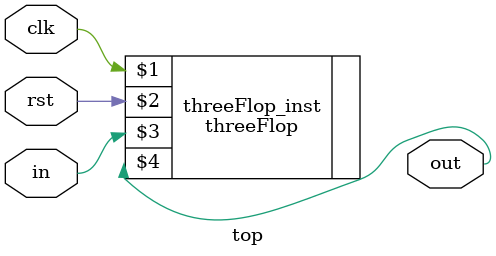
<source format=v>
`timescale 1ns / 1ps
module top (clk, rst, in, out);
   input clk,rst,in;
   output out;

   // Our top design begins with just a single 3-flop chain
   threeFlop threeFlop_inst (clk, rst, in, out);

endmodule

</source>
